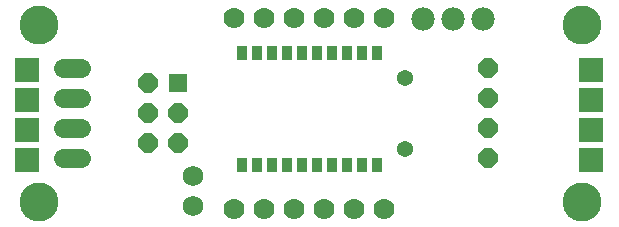
<source format=gts>
G75*
G70*
%OFA0B0*%
%FSLAX24Y24*%
%IPPOS*%
%LPD*%
%AMOC8*
5,1,8,0,0,1.08239X$1,22.5*
%
%ADD10C,0.1300*%
%ADD11R,0.0340X0.0490*%
%ADD12C,0.0700*%
%ADD13C,0.0640*%
%ADD14OC8,0.0634*%
%ADD15C,0.0540*%
%ADD16C,0.0690*%
%ADD17R,0.0640X0.0640*%
%ADD18OC8,0.0640*%
%ADD19R,0.0840X0.0840*%
%ADD20C,0.0780*%
D10*
X003394Y001287D03*
X003394Y007193D03*
X021504Y007193D03*
X021504Y001287D03*
D11*
X014646Y002510D03*
X014146Y002510D03*
X013646Y002510D03*
X013146Y002510D03*
X012646Y002510D03*
X012146Y002510D03*
X011646Y002510D03*
X011146Y002510D03*
X010646Y002510D03*
X010146Y002520D03*
X010146Y006260D03*
X010646Y006260D03*
X011146Y006260D03*
X011646Y006260D03*
X012146Y006260D03*
X012646Y006260D03*
X013146Y006260D03*
X013646Y006260D03*
X014146Y006260D03*
X014646Y006260D03*
D12*
X014890Y007435D03*
X013890Y007435D03*
X012890Y007435D03*
X011890Y007435D03*
X010890Y007435D03*
X009890Y007435D03*
X009890Y001041D03*
X010890Y001041D03*
X011890Y001041D03*
X012890Y001041D03*
X013890Y001041D03*
X014890Y001041D03*
D13*
X004800Y002740D02*
X004200Y002740D01*
X004200Y003740D02*
X004800Y003740D01*
X004800Y004740D02*
X004200Y004740D01*
X004200Y005740D02*
X004800Y005740D01*
D14*
X018345Y005740D03*
X018345Y004740D03*
X018345Y003740D03*
X018345Y002740D03*
D15*
X015598Y003059D03*
X015598Y005421D03*
D16*
X008512Y002173D03*
X008512Y001173D03*
D17*
X008028Y005240D03*
D18*
X007028Y005240D03*
X007028Y004240D03*
X008028Y004240D03*
X008028Y003240D03*
X007028Y003240D03*
D19*
X003000Y003697D03*
X003000Y004697D03*
X003000Y005697D03*
X003000Y002697D03*
X021803Y002697D03*
X021803Y003697D03*
X021803Y004697D03*
X021803Y005697D03*
D20*
X018189Y007390D03*
X017189Y007390D03*
X016189Y007390D03*
M02*

</source>
